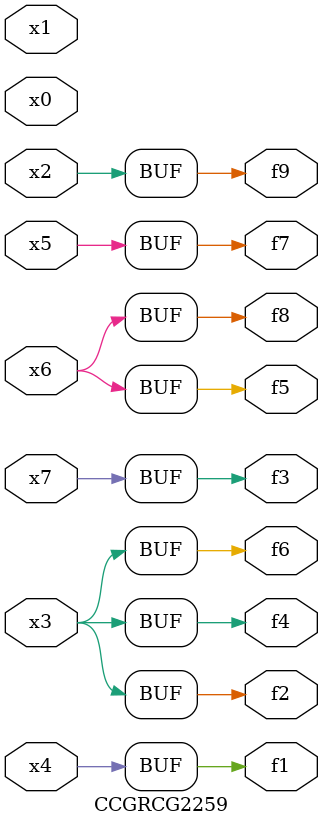
<source format=v>
module CCGRCG2259(
	input x0, x1, x2, x3, x4, x5, x6, x7,
	output f1, f2, f3, f4, f5, f6, f7, f8, f9
);
	assign f1 = x4;
	assign f2 = x3;
	assign f3 = x7;
	assign f4 = x3;
	assign f5 = x6;
	assign f6 = x3;
	assign f7 = x5;
	assign f8 = x6;
	assign f9 = x2;
endmodule

</source>
